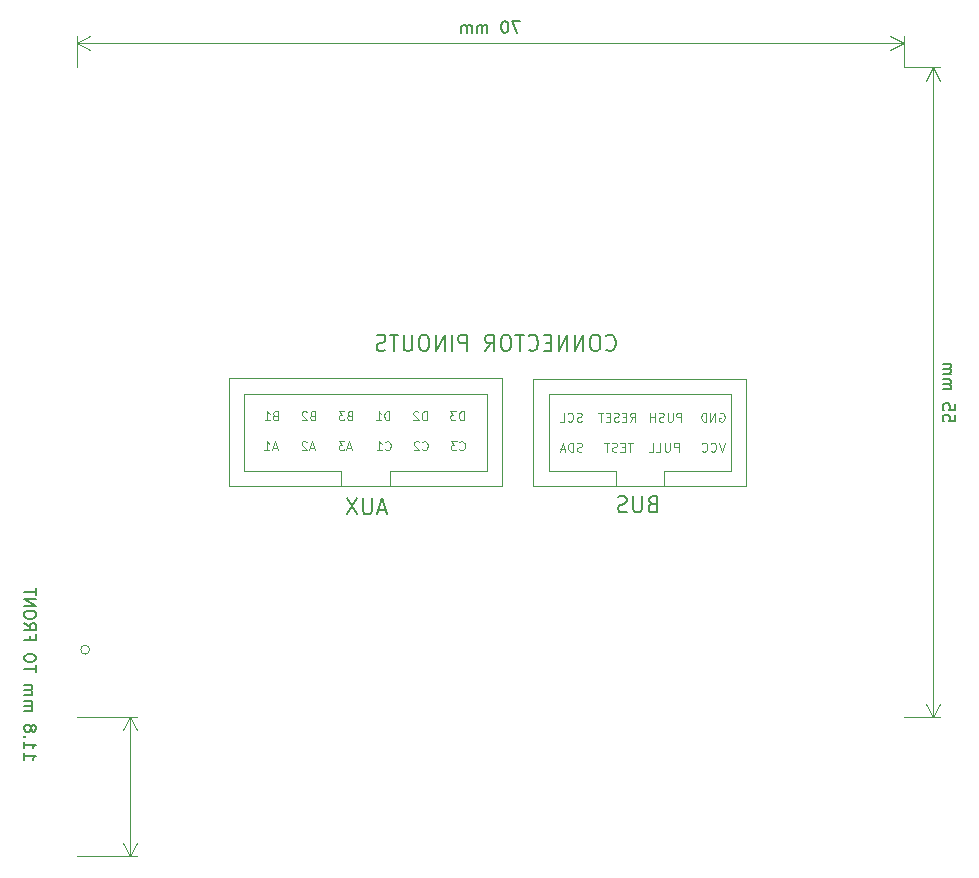
<source format=gbr>
%TF.GenerationSoftware,KiCad,Pcbnew,5.1.10*%
%TF.CreationDate,2021-11-19T19:09:23+01:00*%
%TF.ProjectId,SWITCH_INPUT_BOARD,53574954-4348-45f4-994e-5055545f424f,rev?*%
%TF.SameCoordinates,Original*%
%TF.FileFunction,Legend,Bot*%
%TF.FilePolarity,Positive*%
%FSLAX46Y46*%
G04 Gerber Fmt 4.6, Leading zero omitted, Abs format (unit mm)*
G04 Created by KiCad (PCBNEW 5.1.10) date 2021-11-19 19:09:23*
%MOMM*%
%LPD*%
G01*
G04 APERTURE LIST*
%ADD10C,0.150000*%
%ADD11C,0.120000*%
%ADD12C,0.180000*%
%ADD13C,0.125000*%
G04 APERTURE END LIST*
D10*
X93547619Y-123042857D02*
X93547619Y-123614285D01*
X93547619Y-123328571D02*
X94547619Y-123328571D01*
X94404761Y-123423809D01*
X94309523Y-123519047D01*
X94261904Y-123614285D01*
X93547619Y-122090476D02*
X93547619Y-122661904D01*
X93547619Y-122376190D02*
X94547619Y-122376190D01*
X94404761Y-122471428D01*
X94309523Y-122566666D01*
X94261904Y-122661904D01*
X93642857Y-121661904D02*
X93595238Y-121614285D01*
X93547619Y-121661904D01*
X93595238Y-121709523D01*
X93642857Y-121661904D01*
X93547619Y-121661904D01*
X94119047Y-121042857D02*
X94166666Y-121138095D01*
X94214285Y-121185714D01*
X94309523Y-121233333D01*
X94357142Y-121233333D01*
X94452380Y-121185714D01*
X94500000Y-121138095D01*
X94547619Y-121042857D01*
X94547619Y-120852380D01*
X94500000Y-120757142D01*
X94452380Y-120709523D01*
X94357142Y-120661904D01*
X94309523Y-120661904D01*
X94214285Y-120709523D01*
X94166666Y-120757142D01*
X94119047Y-120852380D01*
X94119047Y-121042857D01*
X94071428Y-121138095D01*
X94023809Y-121185714D01*
X93928571Y-121233333D01*
X93738095Y-121233333D01*
X93642857Y-121185714D01*
X93595238Y-121138095D01*
X93547619Y-121042857D01*
X93547619Y-120852380D01*
X93595238Y-120757142D01*
X93642857Y-120709523D01*
X93738095Y-120661904D01*
X93928571Y-120661904D01*
X94023809Y-120709523D01*
X94071428Y-120757142D01*
X94119047Y-120852380D01*
X93547619Y-119471428D02*
X94214285Y-119471428D01*
X94119047Y-119471428D02*
X94166666Y-119423809D01*
X94214285Y-119328571D01*
X94214285Y-119185714D01*
X94166666Y-119090476D01*
X94071428Y-119042857D01*
X93547619Y-119042857D01*
X94071428Y-119042857D02*
X94166666Y-118995238D01*
X94214285Y-118900000D01*
X94214285Y-118757142D01*
X94166666Y-118661904D01*
X94071428Y-118614285D01*
X93547619Y-118614285D01*
X93547619Y-118138095D02*
X94214285Y-118138095D01*
X94119047Y-118138095D02*
X94166666Y-118090476D01*
X94214285Y-117995238D01*
X94214285Y-117852380D01*
X94166666Y-117757142D01*
X94071428Y-117709523D01*
X93547619Y-117709523D01*
X94071428Y-117709523D02*
X94166666Y-117661904D01*
X94214285Y-117566666D01*
X94214285Y-117423809D01*
X94166666Y-117328571D01*
X94071428Y-117280952D01*
X93547619Y-117280952D01*
X94547619Y-116185714D02*
X94547619Y-115614285D01*
X93547619Y-115900000D02*
X94547619Y-115900000D01*
X94547619Y-115090476D02*
X94547619Y-114900000D01*
X94500000Y-114804761D01*
X94404761Y-114709523D01*
X94214285Y-114661904D01*
X93880952Y-114661904D01*
X93690476Y-114709523D01*
X93595238Y-114804761D01*
X93547619Y-114900000D01*
X93547619Y-115090476D01*
X93595238Y-115185714D01*
X93690476Y-115280952D01*
X93880952Y-115328571D01*
X94214285Y-115328571D01*
X94404761Y-115280952D01*
X94500000Y-115185714D01*
X94547619Y-115090476D01*
X94071428Y-113138095D02*
X94071428Y-113471428D01*
X93547619Y-113471428D02*
X94547619Y-113471428D01*
X94547619Y-112995238D01*
X93547619Y-112042857D02*
X94023809Y-112376190D01*
X93547619Y-112614285D02*
X94547619Y-112614285D01*
X94547619Y-112233333D01*
X94500000Y-112138095D01*
X94452380Y-112090476D01*
X94357142Y-112042857D01*
X94214285Y-112042857D01*
X94119047Y-112090476D01*
X94071428Y-112138095D01*
X94023809Y-112233333D01*
X94023809Y-112614285D01*
X94547619Y-111423809D02*
X94547619Y-111233333D01*
X94500000Y-111138095D01*
X94404761Y-111042857D01*
X94214285Y-110995238D01*
X93880952Y-110995238D01*
X93690476Y-111042857D01*
X93595238Y-111138095D01*
X93547619Y-111233333D01*
X93547619Y-111423809D01*
X93595238Y-111519047D01*
X93690476Y-111614285D01*
X93880952Y-111661904D01*
X94214285Y-111661904D01*
X94404761Y-111614285D01*
X94500000Y-111519047D01*
X94547619Y-111423809D01*
X93547619Y-110566666D02*
X94547619Y-110566666D01*
X93547619Y-109995238D01*
X94547619Y-109995238D01*
X94547619Y-109661904D02*
X94547619Y-109090476D01*
X93547619Y-109376190D02*
X94547619Y-109376190D01*
D11*
X102500000Y-120000000D02*
X102500000Y-131800000D01*
X98000000Y-120000000D02*
X103086421Y-120000000D01*
X98000000Y-131800000D02*
X103086421Y-131800000D01*
X102500000Y-131800000D02*
X101913579Y-130673496D01*
X102500000Y-131800000D02*
X103086421Y-130673496D01*
X102500000Y-120000000D02*
X101913579Y-121126504D01*
X102500000Y-120000000D02*
X103086421Y-121126504D01*
D10*
X172317619Y-94452380D02*
X172317619Y-94928571D01*
X171841428Y-94976190D01*
X171889047Y-94928571D01*
X171936666Y-94833333D01*
X171936666Y-94595238D01*
X171889047Y-94500000D01*
X171841428Y-94452380D01*
X171746190Y-94404761D01*
X171508095Y-94404761D01*
X171412857Y-94452380D01*
X171365238Y-94500000D01*
X171317619Y-94595238D01*
X171317619Y-94833333D01*
X171365238Y-94928571D01*
X171412857Y-94976190D01*
X172317619Y-93500000D02*
X172317619Y-93976190D01*
X171841428Y-94023809D01*
X171889047Y-93976190D01*
X171936666Y-93880952D01*
X171936666Y-93642857D01*
X171889047Y-93547619D01*
X171841428Y-93500000D01*
X171746190Y-93452380D01*
X171508095Y-93452380D01*
X171412857Y-93500000D01*
X171365238Y-93547619D01*
X171317619Y-93642857D01*
X171317619Y-93880952D01*
X171365238Y-93976190D01*
X171412857Y-94023809D01*
X171317619Y-92261904D02*
X171984285Y-92261904D01*
X171889047Y-92261904D02*
X171936666Y-92214285D01*
X171984285Y-92119047D01*
X171984285Y-91976190D01*
X171936666Y-91880952D01*
X171841428Y-91833333D01*
X171317619Y-91833333D01*
X171841428Y-91833333D02*
X171936666Y-91785714D01*
X171984285Y-91690476D01*
X171984285Y-91547619D01*
X171936666Y-91452380D01*
X171841428Y-91404761D01*
X171317619Y-91404761D01*
X171317619Y-90928571D02*
X171984285Y-90928571D01*
X171889047Y-90928571D02*
X171936666Y-90880952D01*
X171984285Y-90785714D01*
X171984285Y-90642857D01*
X171936666Y-90547619D01*
X171841428Y-90500000D01*
X171317619Y-90500000D01*
X171841428Y-90500000D02*
X171936666Y-90452380D01*
X171984285Y-90357142D01*
X171984285Y-90214285D01*
X171936666Y-90119047D01*
X171841428Y-90071428D01*
X171317619Y-90071428D01*
D11*
X170500000Y-65000000D02*
X170500000Y-120000000D01*
X168000000Y-65000000D02*
X171086421Y-65000000D01*
X168000000Y-120000000D02*
X171086421Y-120000000D01*
X170500000Y-120000000D02*
X169913579Y-118873496D01*
X170500000Y-120000000D02*
X171086421Y-118873496D01*
X170500000Y-65000000D02*
X169913579Y-66126504D01*
X170500000Y-65000000D02*
X171086421Y-66126504D01*
D10*
X135523809Y-61082380D02*
X134857142Y-61082380D01*
X135285714Y-62082380D01*
X134285714Y-61082380D02*
X134190476Y-61082380D01*
X134095238Y-61130000D01*
X134047619Y-61177619D01*
X134000000Y-61272857D01*
X133952380Y-61463333D01*
X133952380Y-61701428D01*
X134000000Y-61891904D01*
X134047619Y-61987142D01*
X134095238Y-62034761D01*
X134190476Y-62082380D01*
X134285714Y-62082380D01*
X134380952Y-62034761D01*
X134428571Y-61987142D01*
X134476190Y-61891904D01*
X134523809Y-61701428D01*
X134523809Y-61463333D01*
X134476190Y-61272857D01*
X134428571Y-61177619D01*
X134380952Y-61130000D01*
X134285714Y-61082380D01*
X132761904Y-62082380D02*
X132761904Y-61415714D01*
X132761904Y-61510952D02*
X132714285Y-61463333D01*
X132619047Y-61415714D01*
X132476190Y-61415714D01*
X132380952Y-61463333D01*
X132333333Y-61558571D01*
X132333333Y-62082380D01*
X132333333Y-61558571D02*
X132285714Y-61463333D01*
X132190476Y-61415714D01*
X132047619Y-61415714D01*
X131952380Y-61463333D01*
X131904761Y-61558571D01*
X131904761Y-62082380D01*
X131428571Y-62082380D02*
X131428571Y-61415714D01*
X131428571Y-61510952D02*
X131380952Y-61463333D01*
X131285714Y-61415714D01*
X131142857Y-61415714D01*
X131047619Y-61463333D01*
X131000000Y-61558571D01*
X131000000Y-62082380D01*
X131000000Y-61558571D02*
X130952380Y-61463333D01*
X130857142Y-61415714D01*
X130714285Y-61415714D01*
X130619047Y-61463333D01*
X130571428Y-61558571D01*
X130571428Y-62082380D01*
D11*
X98000000Y-62900000D02*
X168000000Y-62900000D01*
X98000000Y-65000000D02*
X98000000Y-62313579D01*
X168000000Y-65000000D02*
X168000000Y-62313579D01*
X168000000Y-62900000D02*
X166873496Y-63486421D01*
X168000000Y-62900000D02*
X166873496Y-62313579D01*
X98000000Y-62900000D02*
X99126504Y-63486421D01*
X98000000Y-62900000D02*
X99126504Y-62313579D01*
D12*
X124139523Y-102453333D02*
X123520476Y-102453333D01*
X124263333Y-102853333D02*
X123830000Y-101453333D01*
X123396666Y-102853333D01*
X122963333Y-101453333D02*
X122963333Y-102586666D01*
X122901428Y-102720000D01*
X122839523Y-102786666D01*
X122715714Y-102853333D01*
X122468095Y-102853333D01*
X122344285Y-102786666D01*
X122282380Y-102720000D01*
X122220476Y-102586666D01*
X122220476Y-101453333D01*
X121725238Y-101453333D02*
X120858571Y-102853333D01*
X120858571Y-101453333D02*
X121725238Y-102853333D01*
X146717142Y-101950000D02*
X146531428Y-102016666D01*
X146469523Y-102083333D01*
X146407619Y-102216666D01*
X146407619Y-102416666D01*
X146469523Y-102550000D01*
X146531428Y-102616666D01*
X146655238Y-102683333D01*
X147150476Y-102683333D01*
X147150476Y-101283333D01*
X146717142Y-101283333D01*
X146593333Y-101350000D01*
X146531428Y-101416666D01*
X146469523Y-101550000D01*
X146469523Y-101683333D01*
X146531428Y-101816666D01*
X146593333Y-101883333D01*
X146717142Y-101950000D01*
X147150476Y-101950000D01*
X145850476Y-101283333D02*
X145850476Y-102416666D01*
X145788571Y-102550000D01*
X145726666Y-102616666D01*
X145602857Y-102683333D01*
X145355238Y-102683333D01*
X145231428Y-102616666D01*
X145169523Y-102550000D01*
X145107619Y-102416666D01*
X145107619Y-101283333D01*
X144550476Y-102616666D02*
X144364761Y-102683333D01*
X144055238Y-102683333D01*
X143931428Y-102616666D01*
X143869523Y-102550000D01*
X143807619Y-102416666D01*
X143807619Y-102283333D01*
X143869523Y-102150000D01*
X143931428Y-102083333D01*
X144055238Y-102016666D01*
X144302857Y-101950000D01*
X144426666Y-101883333D01*
X144488571Y-101816666D01*
X144550476Y-101683333D01*
X144550476Y-101550000D01*
X144488571Y-101416666D01*
X144426666Y-101350000D01*
X144302857Y-101283333D01*
X143993333Y-101283333D01*
X143807619Y-101350000D01*
X142816666Y-88900000D02*
X142878571Y-88966666D01*
X143064285Y-89033333D01*
X143188095Y-89033333D01*
X143373809Y-88966666D01*
X143497619Y-88833333D01*
X143559523Y-88700000D01*
X143621428Y-88433333D01*
X143621428Y-88233333D01*
X143559523Y-87966666D01*
X143497619Y-87833333D01*
X143373809Y-87700000D01*
X143188095Y-87633333D01*
X143064285Y-87633333D01*
X142878571Y-87700000D01*
X142816666Y-87766666D01*
X142011904Y-87633333D02*
X141764285Y-87633333D01*
X141640476Y-87700000D01*
X141516666Y-87833333D01*
X141454761Y-88100000D01*
X141454761Y-88566666D01*
X141516666Y-88833333D01*
X141640476Y-88966666D01*
X141764285Y-89033333D01*
X142011904Y-89033333D01*
X142135714Y-88966666D01*
X142259523Y-88833333D01*
X142321428Y-88566666D01*
X142321428Y-88100000D01*
X142259523Y-87833333D01*
X142135714Y-87700000D01*
X142011904Y-87633333D01*
X140897619Y-89033333D02*
X140897619Y-87633333D01*
X140154761Y-89033333D01*
X140154761Y-87633333D01*
X139535714Y-89033333D02*
X139535714Y-87633333D01*
X138792857Y-89033333D01*
X138792857Y-87633333D01*
X138173809Y-88300000D02*
X137740476Y-88300000D01*
X137554761Y-89033333D02*
X138173809Y-89033333D01*
X138173809Y-87633333D01*
X137554761Y-87633333D01*
X136254761Y-88900000D02*
X136316666Y-88966666D01*
X136502380Y-89033333D01*
X136626190Y-89033333D01*
X136811904Y-88966666D01*
X136935714Y-88833333D01*
X136997619Y-88700000D01*
X137059523Y-88433333D01*
X137059523Y-88233333D01*
X136997619Y-87966666D01*
X136935714Y-87833333D01*
X136811904Y-87700000D01*
X136626190Y-87633333D01*
X136502380Y-87633333D01*
X136316666Y-87700000D01*
X136254761Y-87766666D01*
X135883333Y-87633333D02*
X135140476Y-87633333D01*
X135511904Y-89033333D02*
X135511904Y-87633333D01*
X134459523Y-87633333D02*
X134211904Y-87633333D01*
X134088095Y-87700000D01*
X133964285Y-87833333D01*
X133902380Y-88100000D01*
X133902380Y-88566666D01*
X133964285Y-88833333D01*
X134088095Y-88966666D01*
X134211904Y-89033333D01*
X134459523Y-89033333D01*
X134583333Y-88966666D01*
X134707142Y-88833333D01*
X134769047Y-88566666D01*
X134769047Y-88100000D01*
X134707142Y-87833333D01*
X134583333Y-87700000D01*
X134459523Y-87633333D01*
X132602380Y-89033333D02*
X133035714Y-88366666D01*
X133345238Y-89033333D02*
X133345238Y-87633333D01*
X132850000Y-87633333D01*
X132726190Y-87700000D01*
X132664285Y-87766666D01*
X132602380Y-87900000D01*
X132602380Y-88100000D01*
X132664285Y-88233333D01*
X132726190Y-88300000D01*
X132850000Y-88366666D01*
X133345238Y-88366666D01*
X131054761Y-89033333D02*
X131054761Y-87633333D01*
X130559523Y-87633333D01*
X130435714Y-87700000D01*
X130373809Y-87766666D01*
X130311904Y-87900000D01*
X130311904Y-88100000D01*
X130373809Y-88233333D01*
X130435714Y-88300000D01*
X130559523Y-88366666D01*
X131054761Y-88366666D01*
X129754761Y-89033333D02*
X129754761Y-87633333D01*
X129135714Y-89033333D02*
X129135714Y-87633333D01*
X128392857Y-89033333D01*
X128392857Y-87633333D01*
X127526190Y-87633333D02*
X127278571Y-87633333D01*
X127154761Y-87700000D01*
X127030952Y-87833333D01*
X126969047Y-88100000D01*
X126969047Y-88566666D01*
X127030952Y-88833333D01*
X127154761Y-88966666D01*
X127278571Y-89033333D01*
X127526190Y-89033333D01*
X127650000Y-88966666D01*
X127773809Y-88833333D01*
X127835714Y-88566666D01*
X127835714Y-88100000D01*
X127773809Y-87833333D01*
X127650000Y-87700000D01*
X127526190Y-87633333D01*
X126411904Y-87633333D02*
X126411904Y-88766666D01*
X126350000Y-88900000D01*
X126288095Y-88966666D01*
X126164285Y-89033333D01*
X125916666Y-89033333D01*
X125792857Y-88966666D01*
X125730952Y-88900000D01*
X125669047Y-88766666D01*
X125669047Y-87633333D01*
X125235714Y-87633333D02*
X124492857Y-87633333D01*
X124864285Y-89033333D02*
X124864285Y-87633333D01*
X124121428Y-88966666D02*
X123935714Y-89033333D01*
X123626190Y-89033333D01*
X123502380Y-88966666D01*
X123440476Y-88900000D01*
X123378571Y-88766666D01*
X123378571Y-88633333D01*
X123440476Y-88500000D01*
X123502380Y-88433333D01*
X123626190Y-88366666D01*
X123873809Y-88300000D01*
X123997619Y-88233333D01*
X124059523Y-88166666D01*
X124121428Y-88033333D01*
X124121428Y-87900000D01*
X124059523Y-87766666D01*
X123997619Y-87700000D01*
X123873809Y-87633333D01*
X123564285Y-87633333D01*
X123378571Y-87700000D01*
D11*
%TO.C,J1*%
X99091000Y-114300000D02*
G75*
G03*
X99091000Y-114300000I-381000J0D01*
G01*
%TO.C,REF\u002A\u002A*%
X120390000Y-99150000D02*
X112180000Y-99150000D01*
X112180000Y-92650000D02*
X132700000Y-92650000D01*
X134000000Y-91340000D02*
X134000000Y-100460000D01*
X110880000Y-100460000D02*
X110880000Y-91340000D01*
X124490000Y-99150000D02*
X124490000Y-99150000D01*
X134000000Y-100460000D02*
X110880000Y-100460000D01*
X132700000Y-92650000D02*
X132700000Y-99150000D01*
X110880000Y-91340000D02*
X134000000Y-91340000D01*
X132700000Y-99150000D02*
X124490000Y-99150000D01*
X124490000Y-99150000D02*
X124490000Y-100460000D01*
X120390000Y-100460000D02*
X120390000Y-99150000D01*
X112180000Y-99150000D02*
X112180000Y-92650000D01*
X147720000Y-99170000D02*
X147720000Y-100480000D01*
X153390000Y-92670000D02*
X153390000Y-99170000D01*
X143620000Y-99170000D02*
X137950000Y-99170000D01*
X143620000Y-100480000D02*
X143620000Y-99170000D01*
X136650000Y-100480000D02*
X136650000Y-91360000D01*
X153390000Y-99170000D02*
X147720000Y-99170000D01*
X137950000Y-99170000D02*
X137950000Y-92670000D01*
X147720000Y-99170000D02*
X147720000Y-99170000D01*
X137950000Y-92670000D02*
X153390000Y-92670000D01*
X154690000Y-100480000D02*
X136650000Y-100480000D01*
X136650000Y-91360000D02*
X154690000Y-91360000D01*
X154690000Y-91360000D02*
X154690000Y-100480000D01*
D13*
X127259000Y-97337857D02*
X127294714Y-97373571D01*
X127401857Y-97409285D01*
X127473285Y-97409285D01*
X127580428Y-97373571D01*
X127651857Y-97302142D01*
X127687571Y-97230714D01*
X127723285Y-97087857D01*
X127723285Y-96980714D01*
X127687571Y-96837857D01*
X127651857Y-96766428D01*
X127580428Y-96695000D01*
X127473285Y-96659285D01*
X127401857Y-96659285D01*
X127294714Y-96695000D01*
X127259000Y-96730714D01*
X126973285Y-96730714D02*
X126937571Y-96695000D01*
X126866142Y-96659285D01*
X126687571Y-96659285D01*
X126616142Y-96695000D01*
X126580428Y-96730714D01*
X126544714Y-96802142D01*
X126544714Y-96873571D01*
X126580428Y-96980714D01*
X127009000Y-97409285D01*
X126544714Y-97409285D01*
X130403000Y-97337857D02*
X130438714Y-97373571D01*
X130545857Y-97409285D01*
X130617285Y-97409285D01*
X130724428Y-97373571D01*
X130795857Y-97302142D01*
X130831571Y-97230714D01*
X130867285Y-97087857D01*
X130867285Y-96980714D01*
X130831571Y-96837857D01*
X130795857Y-96766428D01*
X130724428Y-96695000D01*
X130617285Y-96659285D01*
X130545857Y-96659285D01*
X130438714Y-96695000D01*
X130403000Y-96730714D01*
X130153000Y-96659285D02*
X129688714Y-96659285D01*
X129938714Y-96945000D01*
X129831571Y-96945000D01*
X129760142Y-96980714D01*
X129724428Y-97016428D01*
X129688714Y-97087857D01*
X129688714Y-97266428D01*
X129724428Y-97337857D01*
X129760142Y-97373571D01*
X129831571Y-97409285D01*
X130045857Y-97409285D01*
X130117285Y-97373571D01*
X130153000Y-97337857D01*
X124115000Y-97337857D02*
X124150714Y-97373571D01*
X124257857Y-97409285D01*
X124329285Y-97409285D01*
X124436428Y-97373571D01*
X124507857Y-97302142D01*
X124543571Y-97230714D01*
X124579285Y-97087857D01*
X124579285Y-96980714D01*
X124543571Y-96837857D01*
X124507857Y-96766428D01*
X124436428Y-96695000D01*
X124329285Y-96659285D01*
X124257857Y-96659285D01*
X124150714Y-96695000D01*
X124115000Y-96730714D01*
X123400714Y-97409285D02*
X123829285Y-97409285D01*
X123615000Y-97409285D02*
X123615000Y-96659285D01*
X123686428Y-96766428D01*
X123757857Y-96837857D01*
X123829285Y-96873571D01*
X114793571Y-94476428D02*
X114686428Y-94512142D01*
X114650714Y-94547857D01*
X114615000Y-94619285D01*
X114615000Y-94726428D01*
X114650714Y-94797857D01*
X114686428Y-94833571D01*
X114757857Y-94869285D01*
X115043571Y-94869285D01*
X115043571Y-94119285D01*
X114793571Y-94119285D01*
X114722142Y-94155000D01*
X114686428Y-94190714D01*
X114650714Y-94262142D01*
X114650714Y-94333571D01*
X114686428Y-94405000D01*
X114722142Y-94440714D01*
X114793571Y-94476428D01*
X115043571Y-94476428D01*
X113900714Y-94869285D02*
X114329285Y-94869285D01*
X114115000Y-94869285D02*
X114115000Y-94119285D01*
X114186428Y-94226428D01*
X114257857Y-94297857D01*
X114329285Y-94333571D01*
X117937571Y-94476428D02*
X117830428Y-94512142D01*
X117794714Y-94547857D01*
X117759000Y-94619285D01*
X117759000Y-94726428D01*
X117794714Y-94797857D01*
X117830428Y-94833571D01*
X117901857Y-94869285D01*
X118187571Y-94869285D01*
X118187571Y-94119285D01*
X117937571Y-94119285D01*
X117866142Y-94155000D01*
X117830428Y-94190714D01*
X117794714Y-94262142D01*
X117794714Y-94333571D01*
X117830428Y-94405000D01*
X117866142Y-94440714D01*
X117937571Y-94476428D01*
X118187571Y-94476428D01*
X117473285Y-94190714D02*
X117437571Y-94155000D01*
X117366142Y-94119285D01*
X117187571Y-94119285D01*
X117116142Y-94155000D01*
X117080428Y-94190714D01*
X117044714Y-94262142D01*
X117044714Y-94333571D01*
X117080428Y-94440714D01*
X117509000Y-94869285D01*
X117044714Y-94869285D01*
X121081571Y-94476428D02*
X120974428Y-94512142D01*
X120938714Y-94547857D01*
X120903000Y-94619285D01*
X120903000Y-94726428D01*
X120938714Y-94797857D01*
X120974428Y-94833571D01*
X121045857Y-94869285D01*
X121331571Y-94869285D01*
X121331571Y-94119285D01*
X121081571Y-94119285D01*
X121010142Y-94155000D01*
X120974428Y-94190714D01*
X120938714Y-94262142D01*
X120938714Y-94333571D01*
X120974428Y-94405000D01*
X121010142Y-94440714D01*
X121081571Y-94476428D01*
X121331571Y-94476428D01*
X120653000Y-94119285D02*
X120188714Y-94119285D01*
X120438714Y-94405000D01*
X120331571Y-94405000D01*
X120260142Y-94440714D01*
X120224428Y-94476428D01*
X120188714Y-94547857D01*
X120188714Y-94726428D01*
X120224428Y-94797857D01*
X120260142Y-94833571D01*
X120331571Y-94869285D01*
X120545857Y-94869285D01*
X120617285Y-94833571D01*
X120653000Y-94797857D01*
X124475571Y-94869285D02*
X124475571Y-94119285D01*
X124297000Y-94119285D01*
X124189857Y-94155000D01*
X124118428Y-94226428D01*
X124082714Y-94297857D01*
X124047000Y-94440714D01*
X124047000Y-94547857D01*
X124082714Y-94690714D01*
X124118428Y-94762142D01*
X124189857Y-94833571D01*
X124297000Y-94869285D01*
X124475571Y-94869285D01*
X123332714Y-94869285D02*
X123761285Y-94869285D01*
X123547000Y-94869285D02*
X123547000Y-94119285D01*
X123618428Y-94226428D01*
X123689857Y-94297857D01*
X123761285Y-94333571D01*
X114957714Y-97195000D02*
X114600571Y-97195000D01*
X115029142Y-97409285D02*
X114779142Y-96659285D01*
X114529142Y-97409285D01*
X113886285Y-97409285D02*
X114314857Y-97409285D01*
X114100571Y-97409285D02*
X114100571Y-96659285D01*
X114172000Y-96766428D01*
X114243428Y-96837857D01*
X114314857Y-96873571D01*
X127619571Y-94869285D02*
X127619571Y-94119285D01*
X127441000Y-94119285D01*
X127333857Y-94155000D01*
X127262428Y-94226428D01*
X127226714Y-94297857D01*
X127191000Y-94440714D01*
X127191000Y-94547857D01*
X127226714Y-94690714D01*
X127262428Y-94762142D01*
X127333857Y-94833571D01*
X127441000Y-94869285D01*
X127619571Y-94869285D01*
X126905285Y-94190714D02*
X126869571Y-94155000D01*
X126798142Y-94119285D01*
X126619571Y-94119285D01*
X126548142Y-94155000D01*
X126512428Y-94190714D01*
X126476714Y-94262142D01*
X126476714Y-94333571D01*
X126512428Y-94440714D01*
X126941000Y-94869285D01*
X126476714Y-94869285D01*
X118101714Y-97195000D02*
X117744571Y-97195000D01*
X118173142Y-97409285D02*
X117923142Y-96659285D01*
X117673142Y-97409285D01*
X117458857Y-96730714D02*
X117423142Y-96695000D01*
X117351714Y-96659285D01*
X117173142Y-96659285D01*
X117101714Y-96695000D01*
X117066000Y-96730714D01*
X117030285Y-96802142D01*
X117030285Y-96873571D01*
X117066000Y-96980714D01*
X117494571Y-97409285D01*
X117030285Y-97409285D01*
X130763571Y-94869285D02*
X130763571Y-94119285D01*
X130585000Y-94119285D01*
X130477857Y-94155000D01*
X130406428Y-94226428D01*
X130370714Y-94297857D01*
X130335000Y-94440714D01*
X130335000Y-94547857D01*
X130370714Y-94690714D01*
X130406428Y-94762142D01*
X130477857Y-94833571D01*
X130585000Y-94869285D01*
X130763571Y-94869285D01*
X130085000Y-94119285D02*
X129620714Y-94119285D01*
X129870714Y-94405000D01*
X129763571Y-94405000D01*
X129692142Y-94440714D01*
X129656428Y-94476428D01*
X129620714Y-94547857D01*
X129620714Y-94726428D01*
X129656428Y-94797857D01*
X129692142Y-94833571D01*
X129763571Y-94869285D01*
X129977857Y-94869285D01*
X130049285Y-94833571D01*
X130085000Y-94797857D01*
X121245714Y-97195000D02*
X120888571Y-97195000D01*
X121317142Y-97409285D02*
X121067142Y-96659285D01*
X120817142Y-97409285D01*
X120638571Y-96659285D02*
X120174285Y-96659285D01*
X120424285Y-96945000D01*
X120317142Y-96945000D01*
X120245714Y-96980714D01*
X120210000Y-97016428D01*
X120174285Y-97087857D01*
X120174285Y-97266428D01*
X120210000Y-97337857D01*
X120245714Y-97373571D01*
X120317142Y-97409285D01*
X120531428Y-97409285D01*
X120602857Y-97373571D01*
X120638571Y-97337857D01*
X152860000Y-96779285D02*
X152610000Y-97529285D01*
X152360000Y-96779285D01*
X151681428Y-97457857D02*
X151717142Y-97493571D01*
X151824285Y-97529285D01*
X151895714Y-97529285D01*
X152002857Y-97493571D01*
X152074285Y-97422142D01*
X152110000Y-97350714D01*
X152145714Y-97207857D01*
X152145714Y-97100714D01*
X152110000Y-96957857D01*
X152074285Y-96886428D01*
X152002857Y-96815000D01*
X151895714Y-96779285D01*
X151824285Y-96779285D01*
X151717142Y-96815000D01*
X151681428Y-96850714D01*
X150931428Y-97457857D02*
X150967142Y-97493571D01*
X151074285Y-97529285D01*
X151145714Y-97529285D01*
X151252857Y-97493571D01*
X151324285Y-97422142D01*
X151360000Y-97350714D01*
X151395714Y-97207857D01*
X151395714Y-97100714D01*
X151360000Y-96957857D01*
X151324285Y-96886428D01*
X151252857Y-96815000D01*
X151145714Y-96779285D01*
X151074285Y-96779285D01*
X150967142Y-96815000D01*
X150931428Y-96850714D01*
X148956428Y-97529285D02*
X148956428Y-96779285D01*
X148670714Y-96779285D01*
X148599285Y-96815000D01*
X148563571Y-96850714D01*
X148527857Y-96922142D01*
X148527857Y-97029285D01*
X148563571Y-97100714D01*
X148599285Y-97136428D01*
X148670714Y-97172142D01*
X148956428Y-97172142D01*
X148206428Y-96779285D02*
X148206428Y-97386428D01*
X148170714Y-97457857D01*
X148135000Y-97493571D01*
X148063571Y-97529285D01*
X147920714Y-97529285D01*
X147849285Y-97493571D01*
X147813571Y-97457857D01*
X147777857Y-97386428D01*
X147777857Y-96779285D01*
X147063571Y-97529285D02*
X147420714Y-97529285D01*
X147420714Y-96779285D01*
X146456428Y-97529285D02*
X146813571Y-97529285D01*
X146813571Y-96779285D01*
X145056428Y-96779285D02*
X144627857Y-96779285D01*
X144842142Y-97529285D02*
X144842142Y-96779285D01*
X144377857Y-97136428D02*
X144127857Y-97136428D01*
X144020714Y-97529285D02*
X144377857Y-97529285D01*
X144377857Y-96779285D01*
X144020714Y-96779285D01*
X143735000Y-97493571D02*
X143627857Y-97529285D01*
X143449285Y-97529285D01*
X143377857Y-97493571D01*
X143342142Y-97457857D01*
X143306428Y-97386428D01*
X143306428Y-97315000D01*
X143342142Y-97243571D01*
X143377857Y-97207857D01*
X143449285Y-97172142D01*
X143592142Y-97136428D01*
X143663571Y-97100714D01*
X143699285Y-97065000D01*
X143735000Y-96993571D01*
X143735000Y-96922142D01*
X143699285Y-96850714D01*
X143663571Y-96815000D01*
X143592142Y-96779285D01*
X143413571Y-96779285D01*
X143306428Y-96815000D01*
X143092142Y-96779285D02*
X142663571Y-96779285D01*
X142877857Y-97529285D02*
X142877857Y-96779285D01*
X140770714Y-97493571D02*
X140663571Y-97529285D01*
X140485000Y-97529285D01*
X140413571Y-97493571D01*
X140377857Y-97457857D01*
X140342142Y-97386428D01*
X140342142Y-97315000D01*
X140377857Y-97243571D01*
X140413571Y-97207857D01*
X140485000Y-97172142D01*
X140627857Y-97136428D01*
X140699285Y-97100714D01*
X140735000Y-97065000D01*
X140770714Y-96993571D01*
X140770714Y-96922142D01*
X140735000Y-96850714D01*
X140699285Y-96815000D01*
X140627857Y-96779285D01*
X140449285Y-96779285D01*
X140342142Y-96815000D01*
X140020714Y-97529285D02*
X140020714Y-96779285D01*
X139842142Y-96779285D01*
X139735000Y-96815000D01*
X139663571Y-96886428D01*
X139627857Y-96957857D01*
X139592142Y-97100714D01*
X139592142Y-97207857D01*
X139627857Y-97350714D01*
X139663571Y-97422142D01*
X139735000Y-97493571D01*
X139842142Y-97529285D01*
X140020714Y-97529285D01*
X139306428Y-97315000D02*
X138949285Y-97315000D01*
X139377857Y-97529285D02*
X139127857Y-96779285D01*
X138877857Y-97529285D01*
X140752857Y-94953571D02*
X140645714Y-94989285D01*
X140467142Y-94989285D01*
X140395714Y-94953571D01*
X140360000Y-94917857D01*
X140324285Y-94846428D01*
X140324285Y-94775000D01*
X140360000Y-94703571D01*
X140395714Y-94667857D01*
X140467142Y-94632142D01*
X140610000Y-94596428D01*
X140681428Y-94560714D01*
X140717142Y-94525000D01*
X140752857Y-94453571D01*
X140752857Y-94382142D01*
X140717142Y-94310714D01*
X140681428Y-94275000D01*
X140610000Y-94239285D01*
X140431428Y-94239285D01*
X140324285Y-94275000D01*
X139574285Y-94917857D02*
X139610000Y-94953571D01*
X139717142Y-94989285D01*
X139788571Y-94989285D01*
X139895714Y-94953571D01*
X139967142Y-94882142D01*
X140002857Y-94810714D01*
X140038571Y-94667857D01*
X140038571Y-94560714D01*
X140002857Y-94417857D01*
X139967142Y-94346428D01*
X139895714Y-94275000D01*
X139788571Y-94239285D01*
X139717142Y-94239285D01*
X139610000Y-94275000D01*
X139574285Y-94310714D01*
X138895714Y-94989285D02*
X139252857Y-94989285D01*
X139252857Y-94239285D01*
X144849285Y-94989285D02*
X145099285Y-94632142D01*
X145277857Y-94989285D02*
X145277857Y-94239285D01*
X144992142Y-94239285D01*
X144920714Y-94275000D01*
X144885000Y-94310714D01*
X144849285Y-94382142D01*
X144849285Y-94489285D01*
X144885000Y-94560714D01*
X144920714Y-94596428D01*
X144992142Y-94632142D01*
X145277857Y-94632142D01*
X144527857Y-94596428D02*
X144277857Y-94596428D01*
X144170714Y-94989285D02*
X144527857Y-94989285D01*
X144527857Y-94239285D01*
X144170714Y-94239285D01*
X143885000Y-94953571D02*
X143777857Y-94989285D01*
X143599285Y-94989285D01*
X143527857Y-94953571D01*
X143492142Y-94917857D01*
X143456428Y-94846428D01*
X143456428Y-94775000D01*
X143492142Y-94703571D01*
X143527857Y-94667857D01*
X143599285Y-94632142D01*
X143742142Y-94596428D01*
X143813571Y-94560714D01*
X143849285Y-94525000D01*
X143885000Y-94453571D01*
X143885000Y-94382142D01*
X143849285Y-94310714D01*
X143813571Y-94275000D01*
X143742142Y-94239285D01*
X143563571Y-94239285D01*
X143456428Y-94275000D01*
X143135000Y-94596428D02*
X142885000Y-94596428D01*
X142777857Y-94989285D02*
X143135000Y-94989285D01*
X143135000Y-94239285D01*
X142777857Y-94239285D01*
X142563571Y-94239285D02*
X142135000Y-94239285D01*
X142349285Y-94989285D02*
X142349285Y-94239285D01*
X149199285Y-94989285D02*
X149199285Y-94239285D01*
X148913571Y-94239285D01*
X148842142Y-94275000D01*
X148806428Y-94310714D01*
X148770714Y-94382142D01*
X148770714Y-94489285D01*
X148806428Y-94560714D01*
X148842142Y-94596428D01*
X148913571Y-94632142D01*
X149199285Y-94632142D01*
X148449285Y-94239285D02*
X148449285Y-94846428D01*
X148413571Y-94917857D01*
X148377857Y-94953571D01*
X148306428Y-94989285D01*
X148163571Y-94989285D01*
X148092142Y-94953571D01*
X148056428Y-94917857D01*
X148020714Y-94846428D01*
X148020714Y-94239285D01*
X147699285Y-94953571D02*
X147592142Y-94989285D01*
X147413571Y-94989285D01*
X147342142Y-94953571D01*
X147306428Y-94917857D01*
X147270714Y-94846428D01*
X147270714Y-94775000D01*
X147306428Y-94703571D01*
X147342142Y-94667857D01*
X147413571Y-94632142D01*
X147556428Y-94596428D01*
X147627857Y-94560714D01*
X147663571Y-94525000D01*
X147699285Y-94453571D01*
X147699285Y-94382142D01*
X147663571Y-94310714D01*
X147627857Y-94275000D01*
X147556428Y-94239285D01*
X147377857Y-94239285D01*
X147270714Y-94275000D01*
X146949285Y-94989285D02*
X146949285Y-94239285D01*
X146949285Y-94596428D02*
X146520714Y-94596428D01*
X146520714Y-94989285D02*
X146520714Y-94239285D01*
X152431428Y-94275000D02*
X152502857Y-94239285D01*
X152610000Y-94239285D01*
X152717142Y-94275000D01*
X152788571Y-94346428D01*
X152824285Y-94417857D01*
X152860000Y-94560714D01*
X152860000Y-94667857D01*
X152824285Y-94810714D01*
X152788571Y-94882142D01*
X152717142Y-94953571D01*
X152610000Y-94989285D01*
X152538571Y-94989285D01*
X152431428Y-94953571D01*
X152395714Y-94917857D01*
X152395714Y-94667857D01*
X152538571Y-94667857D01*
X152074285Y-94989285D02*
X152074285Y-94239285D01*
X151645714Y-94989285D01*
X151645714Y-94239285D01*
X151288571Y-94989285D02*
X151288571Y-94239285D01*
X151110000Y-94239285D01*
X151002857Y-94275000D01*
X150931428Y-94346428D01*
X150895714Y-94417857D01*
X150860000Y-94560714D01*
X150860000Y-94667857D01*
X150895714Y-94810714D01*
X150931428Y-94882142D01*
X151002857Y-94953571D01*
X151110000Y-94989285D01*
X151288571Y-94989285D01*
%TD*%
M02*

</source>
